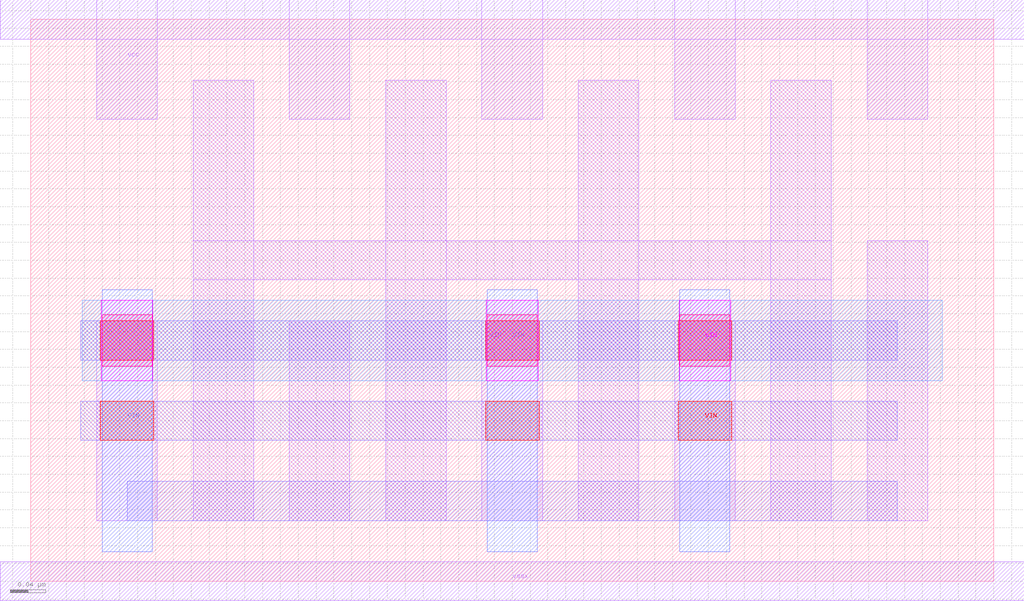
<source format=lef>
VERSION 5.7 ;
BUSBITCHARS "[]" ;
DIVIDERCHAR "/" ;

PROPERTYDEFINITIONS
  MACRO CatenaDesignType STRING ;
END PROPERTYDEFINITIONS

MACRO headerC
  CLASS CORE ;
  ORIGIN 0 0 ;
  FOREIGN headerC 0 0 ;
  SIZE 1.08 BY 0.63 ;
  SYMMETRY X Y ;
  SITE CoreSite ;
  PIN VIN
    DIRECTION OUTPUT ;
    USE SIGNAL ;
    PORT
      LAYER m1 ;
        RECT 0.722 0.068 0.79 0.292 ;
        RECT 0.506 0.068 0.574 0.292 ;
        RECT 0.074 0.068 0.142 0.292 ;
      LAYER m2 ;
        RECT 0.056 0.158 0.972 0.202 ;
        RECT 0.056 0.248 0.972 0.292 ;
      LAYER m3 ;
        RECT 0.728 0.033 0.784 0.327 ;
        RECT 0.512 0.033 0.568 0.327 ;
        RECT 0.08 0.033 0.136 0.327 ;
      LAYER m4 ;
        RECT 0.058 0.225 1.022 0.315 ;
      LAYER v3 ;
        RECT 0.079 0.225 0.137 0.315 ;
        RECT 0.511 0.225 0.569 0.315 ;
        RECT 0.727 0.225 0.785 0.315 ;
      LAYER v2 ;
        RECT 0.08 0.241 0.136 0.299 ;
        RECT 0.512 0.241 0.568 0.299 ;
        RECT 0.728 0.241 0.784 0.299 ;
      LAYER v1 ;
        RECT 0.078 0.248 0.138 0.292 ;
        RECT 0.078 0.158 0.138 0.202 ;
        RECT 0.51 0.248 0.57 0.292 ;
        RECT 0.51 0.158 0.57 0.202 ;
        RECT 0.726 0.248 0.786 0.292 ;
        RECT 0.726 0.158 0.786 0.202 ;
    END
  END VIN
  PIN vcc
    DIRECTION INOUT ;
    USE POWER ;
    SHAPE ABUTMENT ;
    PORT
      LAYER m1 ;
        RECT -0.034 0.608 1.114 0.652 ;
        RECT 0.938 0.518 1.006 0.652 ;
        RECT 0.722 0.518 0.79 0.652 ;
        RECT 0.506 0.518 0.574 0.652 ;
        RECT 0.29 0.518 0.358 0.652 ;
        RECT 0.074 0.518 0.142 0.652 ;
    END
  END vcc
  PIN vssx
    DIRECTION INOUT ;
    USE GROUND ;
    SHAPE ABUTMENT ;
    PORT
      LAYER m1 ;
        RECT -0.034 -0.022 1.114 0.022 ;
    END
  END vssx
  OBS
    LAYER m1 ;
      RECT 0.83 0.068 0.898 0.562 ;
      RECT 0.614 0.068 0.682 0.562 ;
      RECT 0.398 0.068 0.466 0.562 ;
      RECT 0.182 0.068 0.25 0.562 ;
      RECT 0.182 0.338 0.898 0.382 ;
      RECT 0.938 0.068 1.006 0.382 ;
      RECT 0.29 0.068 0.358 0.292 ;
    LAYER m2 ;
      RECT 0.108 0.068 0.972 0.112 ;
  END
  PROPERTY CatenaDesignType "deviceLevel" ;
END headerC

END LIBRARY

</source>
